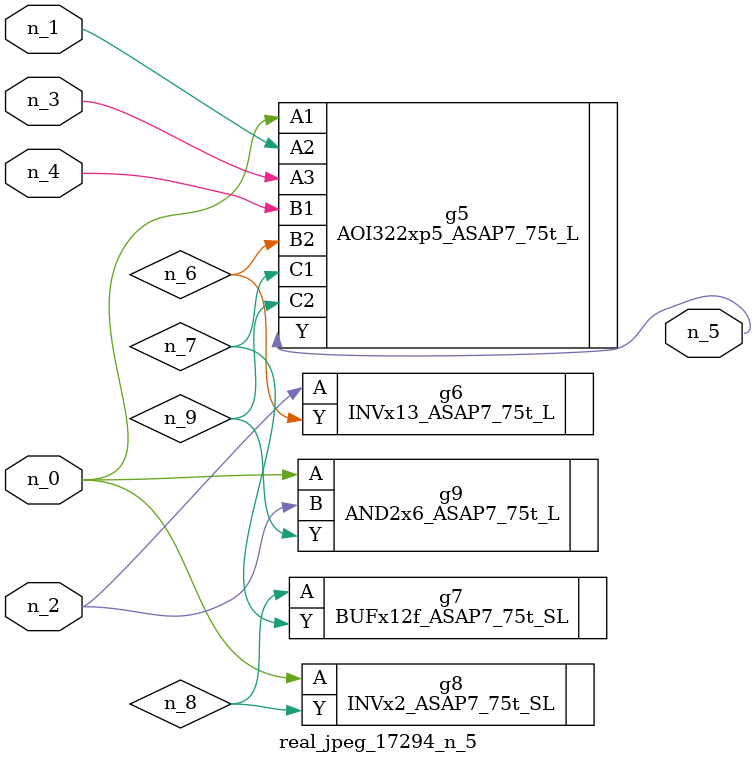
<source format=v>
module real_jpeg_17294_n_5 (n_4, n_0, n_1, n_2, n_3, n_5);

input n_4;
input n_0;
input n_1;
input n_2;
input n_3;

output n_5;

wire n_8;
wire n_6;
wire n_7;
wire n_9;

AOI322xp5_ASAP7_75t_L g5 ( 
.A1(n_0),
.A2(n_1),
.A3(n_3),
.B1(n_4),
.B2(n_6),
.C1(n_7),
.C2(n_9),
.Y(n_5)
);

INVx2_ASAP7_75t_SL g8 ( 
.A(n_0),
.Y(n_8)
);

AND2x6_ASAP7_75t_L g9 ( 
.A(n_0),
.B(n_2),
.Y(n_9)
);

INVx13_ASAP7_75t_L g6 ( 
.A(n_2),
.Y(n_6)
);

BUFx12f_ASAP7_75t_SL g7 ( 
.A(n_8),
.Y(n_7)
);


endmodule
</source>
